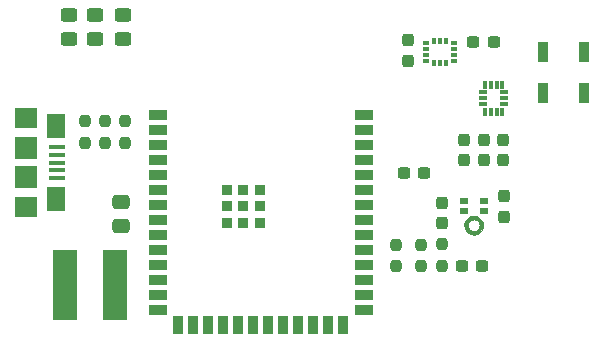
<source format=gtp>
G04 #@! TF.GenerationSoftware,KiCad,Pcbnew,7.0.1*
G04 #@! TF.CreationDate,2023-11-26T12:32:17+08:00*
G04 #@! TF.ProjectId,SourceFIle,536f7572-6365-4464-996c-652e6b696361,02*
G04 #@! TF.SameCoordinates,Original*
G04 #@! TF.FileFunction,Paste,Top*
G04 #@! TF.FilePolarity,Positive*
%FSLAX46Y46*%
G04 Gerber Fmt 4.6, Leading zero omitted, Abs format (unit mm)*
G04 Created by KiCad (PCBNEW 7.0.1) date 2023-11-26 12:32:17*
%MOMM*%
%LPD*%
G01*
G04 APERTURE LIST*
G04 Aperture macros list*
%AMRoundRect*
0 Rectangle with rounded corners*
0 $1 Rounding radius*
0 $2 $3 $4 $5 $6 $7 $8 $9 X,Y pos of 4 corners*
0 Add a 4 corners polygon primitive as box body*
4,1,4,$2,$3,$4,$5,$6,$7,$8,$9,$2,$3,0*
0 Add four circle primitives for the rounded corners*
1,1,$1+$1,$2,$3*
1,1,$1+$1,$4,$5*
1,1,$1+$1,$6,$7*
1,1,$1+$1,$8,$9*
0 Add four rect primitives between the rounded corners*
20,1,$1+$1,$2,$3,$4,$5,0*
20,1,$1+$1,$4,$5,$6,$7,0*
20,1,$1+$1,$6,$7,$8,$9,0*
20,1,$1+$1,$8,$9,$2,$3,0*%
G04 Aperture macros list end*
%ADD10C,0.100000*%
%ADD11RoundRect,0.237500X0.237500X-0.300000X0.237500X0.300000X-0.237500X0.300000X-0.237500X-0.300000X0*%
%ADD12RoundRect,0.237500X-0.237500X0.250000X-0.237500X-0.250000X0.237500X-0.250000X0.237500X0.250000X0*%
%ADD13RoundRect,0.237500X-0.237500X0.300000X-0.237500X-0.300000X0.237500X-0.300000X0.237500X0.300000X0*%
%ADD14RoundRect,0.237500X0.300000X0.237500X-0.300000X0.237500X-0.300000X-0.237500X0.300000X-0.237500X0*%
%ADD15RoundRect,0.250000X-0.450000X0.325000X-0.450000X-0.325000X0.450000X-0.325000X0.450000X0.325000X0*%
%ADD16R,0.900000X1.700000*%
%ADD17R,1.500000X0.900000*%
%ADD18R,0.900000X1.500000*%
%ADD19R,0.900000X0.900000*%
%ADD20R,2.000000X6.000000*%
%ADD21RoundRect,0.237500X0.237500X-0.250000X0.237500X0.250000X-0.237500X0.250000X-0.237500X-0.250000X0*%
%ADD22R,0.736600X0.533400*%
%ADD23R,0.300000X0.300000*%
%ADD24R,1.350000X0.400000*%
%ADD25R,1.600000X2.100000*%
%ADD26R,1.900000X1.800000*%
%ADD27R,1.900000X1.900000*%
%ADD28RoundRect,0.237500X-0.300000X-0.237500X0.300000X-0.237500X0.300000X0.237500X-0.300000X0.237500X0*%
%ADD29RoundRect,0.250000X-0.475000X0.337500X-0.475000X-0.337500X0.475000X-0.337500X0.475000X0.337500X0*%
%ADD30RoundRect,0.007000X0.168000X-0.298000X0.168000X0.298000X-0.168000X0.298000X-0.168000X-0.298000X0*%
%ADD31RoundRect,0.007000X0.298000X0.168000X-0.298000X0.168000X-0.298000X-0.168000X0.298000X-0.168000X0*%
%ADD32RoundRect,0.007000X-0.168000X0.298000X-0.168000X-0.298000X0.168000X-0.298000X0.168000X0.298000X0*%
%ADD33RoundRect,0.007000X-0.298000X-0.168000X0.298000X-0.168000X0.298000X0.168000X-0.298000X0.168000X0*%
%ADD34R,0.576580X0.351536*%
%ADD35R,0.351536X0.576580*%
G04 APERTURE END LIST*
D10*
X167079919Y-89943781D02*
X167306502Y-90059231D01*
X167486319Y-90239048D01*
X167601769Y-90465631D01*
X167641550Y-90716800D01*
X167601769Y-90967969D01*
X167486319Y-91194552D01*
X167306502Y-91374369D01*
X167079919Y-91489819D01*
X166828750Y-91529600D01*
X166757910Y-91526507D01*
X166784475Y-91222867D01*
X166828750Y-91224800D01*
X166985731Y-91199937D01*
X167127345Y-91127780D01*
X167239731Y-91015395D01*
X167311887Y-90873780D01*
X167336750Y-90716800D01*
X167311887Y-90559819D01*
X167239731Y-90418205D01*
X167127345Y-90305819D01*
X166985731Y-90233663D01*
X166828750Y-90208800D01*
X166784475Y-90210733D01*
X166757910Y-89907093D01*
X166828750Y-89904000D01*
X167079919Y-89943781D01*
G36*
X167079919Y-89943781D02*
G01*
X167306502Y-90059231D01*
X167486319Y-90239048D01*
X167601769Y-90465631D01*
X167641550Y-90716800D01*
X167601769Y-90967969D01*
X167486319Y-91194552D01*
X167306502Y-91374369D01*
X167079919Y-91489819D01*
X166828750Y-91529600D01*
X166757910Y-91526507D01*
X166784475Y-91222867D01*
X166828750Y-91224800D01*
X166985731Y-91199937D01*
X167127345Y-91127780D01*
X167239731Y-91015395D01*
X167311887Y-90873780D01*
X167336750Y-90716800D01*
X167311887Y-90559819D01*
X167239731Y-90418205D01*
X167127345Y-90305819D01*
X166985731Y-90233663D01*
X166828750Y-90208800D01*
X166784475Y-90210733D01*
X166757910Y-89907093D01*
X166828750Y-89904000D01*
X167079919Y-89943781D01*
G37*
X166899590Y-89907093D02*
X166873025Y-90210733D01*
X166828750Y-90208800D01*
X166671769Y-90233663D01*
X166530155Y-90305819D01*
X166417769Y-90418205D01*
X166345613Y-90559819D01*
X166320750Y-90716800D01*
X166345613Y-90873780D01*
X166417769Y-91015395D01*
X166530155Y-91127780D01*
X166671769Y-91199937D01*
X166828750Y-91224800D01*
X166873025Y-91222867D01*
X166899590Y-91526507D01*
X166828750Y-91529600D01*
X166577581Y-91489819D01*
X166350998Y-91374369D01*
X166171181Y-91194552D01*
X166055731Y-90967969D01*
X166015950Y-90716800D01*
X166055731Y-90465631D01*
X166171181Y-90239048D01*
X166350998Y-90059231D01*
X166577581Y-89943781D01*
X166828750Y-89904000D01*
X166899590Y-89907093D01*
G36*
X166899590Y-89907093D02*
G01*
X166873025Y-90210733D01*
X166828750Y-90208800D01*
X166671769Y-90233663D01*
X166530155Y-90305819D01*
X166417769Y-90418205D01*
X166345613Y-90559819D01*
X166320750Y-90716800D01*
X166345613Y-90873780D01*
X166417769Y-91015395D01*
X166530155Y-91127780D01*
X166671769Y-91199937D01*
X166828750Y-91224800D01*
X166873025Y-91222867D01*
X166899590Y-91526507D01*
X166828750Y-91529600D01*
X166577581Y-91489819D01*
X166350998Y-91374369D01*
X166171181Y-91194552D01*
X166055731Y-90967969D01*
X166015950Y-90716800D01*
X166055731Y-90465631D01*
X166171181Y-90239048D01*
X166350998Y-90059231D01*
X166577581Y-89943781D01*
X166828750Y-89904000D01*
X166899590Y-89907093D01*
G37*
D11*
X169321250Y-85210000D03*
X169321250Y-83485000D03*
D12*
X135621250Y-81895000D03*
X135621250Y-83720000D03*
D13*
X167661250Y-83495000D03*
X167661250Y-85220000D03*
X169421250Y-88272500D03*
X169421250Y-89997500D03*
D14*
X167573750Y-94195000D03*
X165848750Y-94195000D03*
D15*
X137110000Y-72892500D03*
X137110000Y-74942500D03*
D14*
X162633750Y-86275000D03*
X160908750Y-86275000D03*
D16*
X176140615Y-76007104D03*
X172740615Y-76007104D03*
D17*
X140061250Y-81395000D03*
X140061250Y-82665000D03*
X140061250Y-83935000D03*
X140061250Y-85205000D03*
X140061250Y-86475000D03*
X140061250Y-87745000D03*
X140061250Y-89015000D03*
X140061250Y-90285000D03*
X140061250Y-91555000D03*
X140061250Y-92825000D03*
X140061250Y-94095000D03*
X140061250Y-95365000D03*
X140061250Y-96635000D03*
X140061250Y-97905000D03*
D18*
X141826250Y-99155000D03*
X143096250Y-99155000D03*
X144366250Y-99155000D03*
X145636250Y-99155000D03*
X146906250Y-99155000D03*
X148176250Y-99155000D03*
X149446250Y-99155000D03*
X150716250Y-99155000D03*
X151986250Y-99155000D03*
X153256250Y-99155000D03*
X154526250Y-99155000D03*
X155796250Y-99155000D03*
D17*
X157561250Y-97905000D03*
X157561250Y-96635000D03*
X157561250Y-95365000D03*
X157561250Y-94095000D03*
X157561250Y-92825000D03*
X157561250Y-91555000D03*
X157561250Y-90285000D03*
X157561250Y-89015000D03*
X157561250Y-87745000D03*
X157561250Y-86475000D03*
X157561250Y-85205000D03*
X157561250Y-83935000D03*
X157561250Y-82665000D03*
X157561250Y-81395000D03*
D19*
X147311250Y-89115000D03*
X145911250Y-87715000D03*
X145911250Y-89115000D03*
X145911250Y-90515000D03*
X147311250Y-90515000D03*
X148711250Y-90515000D03*
X148711250Y-89115000D03*
X148711250Y-87715000D03*
X147311250Y-87715000D03*
D20*
X136491250Y-95795000D03*
X132191250Y-95795000D03*
D11*
X164121250Y-90557500D03*
X164121250Y-88832500D03*
D21*
X160291250Y-94177500D03*
X160291250Y-92352500D03*
D16*
X176131250Y-79485000D03*
X172731250Y-79485000D03*
D15*
X134790000Y-72900000D03*
X134790000Y-74950000D03*
D12*
X133911250Y-81885000D03*
X133911250Y-83710000D03*
D21*
X164131250Y-94157500D03*
X164131250Y-92332500D03*
D11*
X161275000Y-76787500D03*
X161275000Y-75062500D03*
D22*
X165991250Y-88642800D03*
X165991250Y-89465000D03*
D23*
X166828750Y-91377200D03*
D22*
X167666250Y-89465000D03*
X167666250Y-88642800D03*
D24*
X131566250Y-84100000D03*
X131566250Y-84750000D03*
X131566250Y-85400000D03*
X131566250Y-86050000D03*
X131566250Y-86700000D03*
D25*
X131441250Y-82300000D03*
X131441250Y-88500000D03*
D26*
X128891250Y-81600000D03*
D27*
X128891250Y-84200000D03*
X128891250Y-86600000D03*
D26*
X128891250Y-89200000D03*
D12*
X162391250Y-92375000D03*
X162391250Y-94200000D03*
D28*
X166787500Y-75225000D03*
X168512500Y-75225000D03*
D29*
X136961250Y-88727500D03*
X136961250Y-90802500D03*
D30*
X169266250Y-78802500D03*
X168766250Y-78802500D03*
X168266250Y-78802500D03*
X167766250Y-78802500D03*
D31*
X167606250Y-79462500D03*
X167606250Y-79962500D03*
X167606250Y-80462500D03*
D32*
X167766250Y-81122500D03*
X168266250Y-81122500D03*
X168766250Y-81122500D03*
X169266250Y-81122500D03*
D33*
X169426250Y-80462500D03*
X169426250Y-79962500D03*
X169426250Y-79462500D03*
D13*
X166001250Y-83485000D03*
X166001250Y-85210000D03*
D12*
X137311250Y-81905000D03*
X137311250Y-83730000D03*
D15*
X132560000Y-72900000D03*
X132560000Y-74950000D03*
D34*
X165199000Y-76775001D03*
X165199000Y-76275000D03*
X165199000Y-75775000D03*
X165199000Y-75274999D03*
D35*
X164488699Y-75068700D03*
X163988700Y-75068700D03*
X163488701Y-75068700D03*
D34*
X162778400Y-75274999D03*
X162778400Y-75775000D03*
X162778400Y-76275000D03*
X162778400Y-76775001D03*
D35*
X163488701Y-76981300D03*
X163988700Y-76981300D03*
X164488699Y-76981300D03*
M02*

</source>
